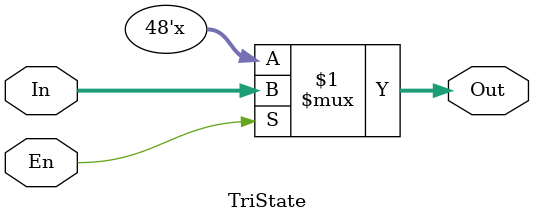
<source format=v>
module TriState #(parameter N = 48)(Out, En, In);
input [N-1:0]In;
input En;
output [N-1:0]Out;
assign 
	Out = En ? In : 48'bz;
endmodule
</source>
